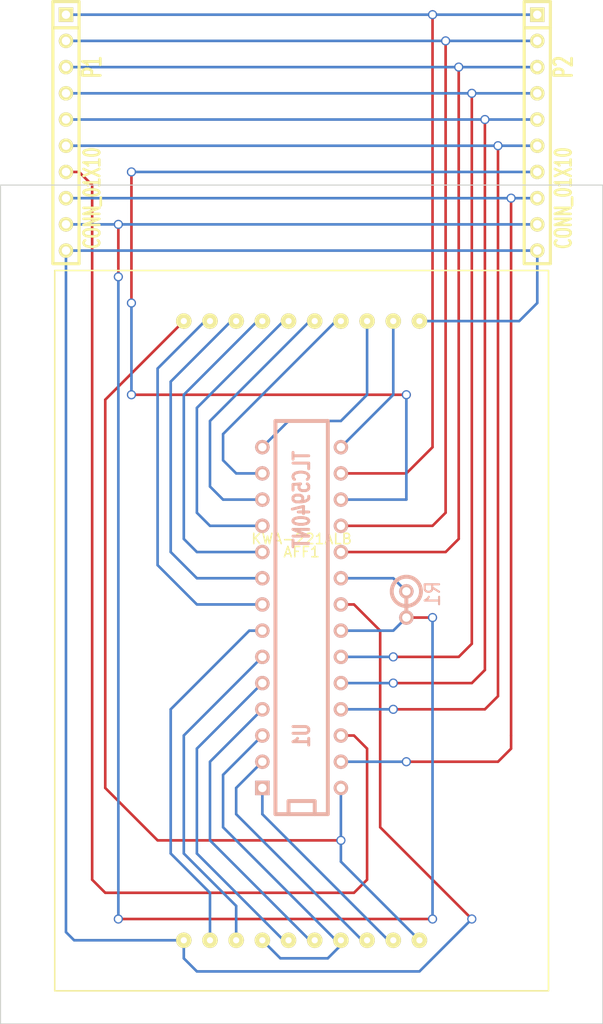
<source format=kicad_pcb>
(kicad_pcb (version 3) (host pcbnew "(2013-07-07 BZR 4022)-stable")

  (general
    (links 42)
    (no_connects 0)
    (area 43.129999 30.429999 102.87127 111.810001)
    (thickness 1.6)
    (drawings 4)
    (tracks 178)
    (zones 0)
    (modules 5)
    (nets 29)
  )

  (page A3)
  (layers
    (15 F.Cu signal)
    (0 B.Cu signal)
    (16 B.Adhes user)
    (17 F.Adhes user)
    (18 B.Paste user)
    (19 F.Paste user)
    (20 B.SilkS user)
    (21 F.SilkS user)
    (22 B.Mask user)
    (23 F.Mask user)
    (24 Dwgs.User user)
    (25 Cmts.User user)
    (26 Eco1.User user)
    (27 Eco2.User user)
    (28 Edge.Cuts user)
  )

  (setup
    (last_trace_width 0.254)
    (trace_clearance 0.254)
    (zone_clearance 0.508)
    (zone_45_only no)
    (trace_min 0.254)
    (segment_width 0.2)
    (edge_width 0.1)
    (via_size 0.889)
    (via_drill 0.635)
    (via_min_size 0.889)
    (via_min_drill 0.508)
    (uvia_size 0.508)
    (uvia_drill 0.127)
    (uvias_allowed no)
    (uvia_min_size 0.508)
    (uvia_min_drill 0.127)
    (pcb_text_width 0.3)
    (pcb_text_size 1.5 1.5)
    (mod_edge_width 0.15)
    (mod_text_size 1 1)
    (mod_text_width 0.15)
    (pad_size 1.5 1.5)
    (pad_drill 0.6)
    (pad_to_mask_clearance 0)
    (aux_axis_origin 41.91 29.21)
    (visible_elements 7FFFFFFF)
    (pcbplotparams
      (layerselection 3178497)
      (usegerberextensions true)
      (excludeedgelayer true)
      (linewidth 0.150000)
      (plotframeref false)
      (viasonmask false)
      (mode 1)
      (useauxorigin false)
      (hpglpennumber 1)
      (hpglpenspeed 20)
      (hpglpendiameter 15)
      (hpglpenoverlay 2)
      (psnegative false)
      (psa4output false)
      (plotreference true)
      (plotvalue true)
      (plotothertext true)
      (plotinvisibletext false)
      (padsonsilk false)
      (subtractmaskfromsilk false)
      (outputformat 1)
      (mirror false)
      (drillshape 1)
      (scaleselection 1)
      (outputdirectory ""))
  )

  (net 0 "")
  (net 1 /BLANK)
  (net 2 /D0)
  (net 3 /D1)
  (net 4 /D10)
  (net 5 /D11)
  (net 6 /D12)
  (net 7 /D13)
  (net 8 /D14)
  (net 9 /D15)
  (net 10 /D2)
  (net 11 /D3)
  (net 12 /D4)
  (net 13 /D5)
  (net 14 /D6)
  (net 15 /D7)
  (net 16 /D8)
  (net 17 /D9)
  (net 18 /DCPRG)
  (net 19 /GSCLK)
  (net 20 /SCLK)
  (net 21 /SIN)
  (net 22 /SOUT)
  (net 23 /VPRG)
  (net 24 /XERR)
  (net 25 /XLAT)
  (net 26 GND)
  (net 27 IREF)
  (net 28 VCC)

  (net_class Default "This is the default net class."
    (clearance 0.254)
    (trace_width 0.254)
    (via_dia 0.889)
    (via_drill 0.635)
    (uvia_dia 0.508)
    (uvia_drill 0.127)
    (add_net "")
    (add_net /BLANK)
    (add_net /D0)
    (add_net /D1)
    (add_net /D10)
    (add_net /D11)
    (add_net /D12)
    (add_net /D13)
    (add_net /D14)
    (add_net /D15)
    (add_net /D2)
    (add_net /D3)
    (add_net /D4)
    (add_net /D5)
    (add_net /D6)
    (add_net /D7)
    (add_net /D8)
    (add_net /D9)
    (add_net /DCPRG)
    (add_net /GSCLK)
    (add_net /SCLK)
    (add_net /SIN)
    (add_net /SOUT)
    (add_net /VPRG)
    (add_net /XERR)
    (add_net /XLAT)
    (add_net GND)
    (add_net IREF)
    (add_net VCC)
  )

  (module SIL-10 (layer F.Cu) (tedit 200000) (tstamp 540E6A8C)
    (at 95.25 25.4 270)
    (descr "Connecteur 10 pins")
    (tags "CONN DEV")
    (path /540E5C1D)
    (fp_text reference P2 (at -6.35 -2.54 270) (layer F.SilkS)
      (effects (font (size 1.72974 1.08712) (thickness 0.3048)))
    )
    (fp_text value CONN_01X10 (at 6.35 -2.54 270) (layer F.SilkS)
      (effects (font (size 1.524 1.016) (thickness 0.3048)))
    )
    (fp_line (start -12.7 1.27) (end -12.7 -1.27) (layer F.SilkS) (width 0.3048))
    (fp_line (start -12.7 -1.27) (end 12.7 -1.27) (layer F.SilkS) (width 0.3048))
    (fp_line (start 12.7 -1.27) (end 12.7 1.27) (layer F.SilkS) (width 0.3048))
    (fp_line (start 12.7 1.27) (end -12.7 1.27) (layer F.SilkS) (width 0.3048))
    (fp_line (start -10.16 1.27) (end -10.16 -1.27) (layer F.SilkS) (width 0.3048))
    (pad 1 thru_hole rect (at -11.43 0 270) (size 1.397 1.397) (drill 0.8128)
      (layers *.Cu *.Mask F.SilkS)
      (net 24 /XERR)
    )
    (pad 2 thru_hole circle (at -8.89 0 270) (size 1.397 1.397) (drill 0.8128)
      (layers *.Cu *.Mask F.SilkS)
      (net 19 /GSCLK)
    )
    (pad 3 thru_hole circle (at -6.35 0 270) (size 1.397 1.397) (drill 0.8128)
      (layers *.Cu *.Mask F.SilkS)
      (net 18 /DCPRG)
    )
    (pad 4 thru_hole circle (at -3.81 0 270) (size 1.397 1.397) (drill 0.8128)
      (layers *.Cu *.Mask F.SilkS)
      (net 1 /BLANK)
    )
    (pad 5 thru_hole circle (at -1.27 0 270) (size 1.397 1.397) (drill 0.8128)
      (layers *.Cu *.Mask F.SilkS)
      (net 25 /XLAT)
    )
    (pad 6 thru_hole circle (at 1.27 0 270) (size 1.397 1.397) (drill 0.8128)
      (layers *.Cu *.Mask F.SilkS)
      (net 20 /SCLK)
    )
    (pad 7 thru_hole circle (at 3.81 0 270) (size 1.397 1.397) (drill 0.8128)
      (layers *.Cu *.Mask F.SilkS)
      (net 22 /SOUT)
    )
    (pad 8 thru_hole circle (at 6.35 0 270) (size 1.397 1.397) (drill 0.8128)
      (layers *.Cu *.Mask F.SilkS)
      (net 23 /VPRG)
    )
    (pad 9 thru_hole circle (at 8.89 0 270) (size 1.397 1.397) (drill 0.8128)
      (layers *.Cu *.Mask F.SilkS)
      (net 26 GND)
    )
    (pad 10 thru_hole circle (at 11.43 0 270) (size 1.397 1.397) (drill 0.8128)
      (layers *.Cu *.Mask F.SilkS)
      (net 28 VCC)
    )
  )

  (module SIL-10 (layer F.Cu) (tedit 540E6AD4) (tstamp 540F44E7)
    (at 49.53 25.4 270)
    (descr "Connecteur 10 pins")
    (tags "CONN DEV")
    (path /540E5D54)
    (fp_text reference P1 (at -6.35 -2.54 270) (layer F.SilkS)
      (effects (font (size 1.72974 1.08712) (thickness 0.3048)))
    )
    (fp_text value CONN_01X10 (at 6.35 -2.54 270) (layer F.SilkS)
      (effects (font (size 1.524 1.016) (thickness 0.3048)))
    )
    (fp_line (start -12.7 1.27) (end -12.7 -1.27) (layer F.SilkS) (width 0.3048))
    (fp_line (start -12.7 -1.27) (end 12.7 -1.27) (layer F.SilkS) (width 0.3048))
    (fp_line (start 12.7 -1.27) (end 12.7 1.27) (layer F.SilkS) (width 0.3048))
    (fp_line (start 12.7 1.27) (end -12.7 1.27) (layer F.SilkS) (width 0.3048))
    (fp_line (start -10.16 1.27) (end -10.16 -1.27) (layer F.SilkS) (width 0.3048))
    (pad 1 thru_hole rect (at -11.43 0 270) (size 1.397 1.397) (drill 0.8128)
      (layers *.Cu *.Mask F.SilkS)
      (net 24 /XERR)
    )
    (pad 2 thru_hole circle (at -8.89 0 270) (size 1.397 1.397) (drill 0.8128)
      (layers *.Cu *.Mask F.SilkS)
      (net 19 /GSCLK)
    )
    (pad 3 thru_hole circle (at -6.35 0 270) (size 1.397 1.397) (drill 0.8128)
      (layers *.Cu *.Mask F.SilkS)
      (net 18 /DCPRG)
    )
    (pad 4 thru_hole circle (at -3.81 0 270) (size 1.397 1.397) (drill 0.8128)
      (layers *.Cu *.Mask F.SilkS)
      (net 1 /BLANK)
    )
    (pad 5 thru_hole circle (at -1.27 0 270) (size 1.397 1.397) (drill 0.8128)
      (layers *.Cu *.Mask F.SilkS)
      (net 25 /XLAT)
    )
    (pad 6 thru_hole circle (at 1.27 0 270) (size 1.397 1.397) (drill 0.8128)
      (layers *.Cu *.Mask F.SilkS)
      (net 20 /SCLK)
    )
    (pad 7 thru_hole circle (at 3.81 0 270) (size 1.397 1.397) (drill 0.8128)
      (layers *.Cu *.Mask F.SilkS)
      (net 21 /SIN)
    )
    (pad 8 thru_hole circle (at 6.35 0 270) (size 1.397 1.397) (drill 0.8128)
      (layers *.Cu *.Mask F.SilkS)
      (net 23 /VPRG)
    )
    (pad 9 thru_hole circle (at 8.89 0 270) (size 1.397 1.397) (drill 0.8128)
      (layers *.Cu *.Mask F.SilkS)
      (net 26 GND)
    )
    (pad 10 thru_hole circle (at 11.43 0 270) (size 1.397 1.397) (drill 0.8128)
      (layers *.Cu *.Mask F.SilkS)
      (net 28 VCC)
    )
  )

  (module DIP-28__300 (layer B.Cu) (tedit 540E6AA7) (tstamp 540F1411)
    (at 72.39 72.39 90)
    (descr "28 pins DIL package, round pads, width 300mil")
    (tags DIL)
    (path /540E7CC6)
    (fp_text reference U1 (at -11.43 0 90) (layer B.SilkS)
      (effects (font (size 1.524 1.143) (thickness 0.3048)) (justify mirror))
    )
    (fp_text value TLC5940NT (at 11.43 0 90) (layer B.SilkS)
      (effects (font (size 1.524 1.143) (thickness 0.3048)) (justify mirror))
    )
    (fp_line (start -19.05 2.54) (end 19.05 2.54) (layer B.SilkS) (width 0.381))
    (fp_line (start 19.05 2.54) (end 19.05 -2.54) (layer B.SilkS) (width 0.381))
    (fp_line (start 19.05 -2.54) (end -19.05 -2.54) (layer B.SilkS) (width 0.381))
    (fp_line (start -19.05 -2.54) (end -19.05 2.54) (layer B.SilkS) (width 0.381))
    (fp_line (start -19.05 1.27) (end -17.78 1.27) (layer B.SilkS) (width 0.381))
    (fp_line (start -17.78 1.27) (end -17.78 -1.27) (layer B.SilkS) (width 0.381))
    (fp_line (start -17.78 -1.27) (end -19.05 -1.27) (layer B.SilkS) (width 0.381))
    (pad 2 thru_hole circle (at -13.97 -3.81 90) (size 1.397 1.397) (drill 0.8128)
      (layers *.Cu *.Mask B.SilkS)
      (net 10 /D2)
    )
    (pad 3 thru_hole circle (at -11.43 -3.81 90) (size 1.397 1.397) (drill 0.8128)
      (layers *.Cu *.Mask B.SilkS)
      (net 11 /D3)
    )
    (pad 4 thru_hole circle (at -8.89 -3.81 90) (size 1.397 1.397) (drill 0.8128)
      (layers *.Cu *.Mask B.SilkS)
      (net 12 /D4)
    )
    (pad 5 thru_hole circle (at -6.35 -3.81 90) (size 1.397 1.397) (drill 0.8128)
      (layers *.Cu *.Mask B.SilkS)
      (net 13 /D5)
    )
    (pad 6 thru_hole circle (at -3.81 -3.81 90) (size 1.397 1.397) (drill 0.8128)
      (layers *.Cu *.Mask B.SilkS)
      (net 14 /D6)
    )
    (pad 7 thru_hole circle (at -1.27 -3.81 90) (size 1.397 1.397) (drill 0.8128)
      (layers *.Cu *.Mask B.SilkS)
      (net 15 /D7)
    )
    (pad 8 thru_hole circle (at 1.27 -3.81 90) (size 1.397 1.397) (drill 0.8128)
      (layers *.Cu *.Mask B.SilkS)
      (net 16 /D8)
    )
    (pad 9 thru_hole circle (at 3.81 -3.81 90) (size 1.397 1.397) (drill 0.8128)
      (layers *.Cu *.Mask B.SilkS)
      (net 17 /D9)
    )
    (pad 10 thru_hole circle (at 6.35 -3.81 90) (size 1.397 1.397) (drill 0.8128)
      (layers *.Cu *.Mask B.SilkS)
      (net 4 /D10)
    )
    (pad 11 thru_hole circle (at 8.89 -3.81 90) (size 1.397 1.397) (drill 0.8128)
      (layers *.Cu *.Mask B.SilkS)
      (net 5 /D11)
    )
    (pad 12 thru_hole circle (at 11.43 -3.81 90) (size 1.397 1.397) (drill 0.8128)
      (layers *.Cu *.Mask B.SilkS)
      (net 6 /D12)
    )
    (pad 13 thru_hole circle (at 13.97 -3.81 90) (size 1.397 1.397) (drill 0.8128)
      (layers *.Cu *.Mask B.SilkS)
      (net 7 /D13)
    )
    (pad 14 thru_hole circle (at 16.51 -3.81 90) (size 1.397 1.397) (drill 0.8128)
      (layers *.Cu *.Mask B.SilkS)
      (net 8 /D14)
    )
    (pad 1 thru_hole rect (at -16.51 -3.81 90) (size 1.397 1.397) (drill 0.8128)
      (layers *.Cu *.Mask B.SilkS)
      (net 3 /D1)
    )
    (pad 15 thru_hole circle (at 16.51 3.81 90) (size 1.397 1.397) (drill 0.8128)
      (layers *.Cu *.Mask B.SilkS)
      (net 9 /D15)
    )
    (pad 16 thru_hole circle (at 13.97 3.81 90) (size 1.397 1.397) (drill 0.8128)
      (layers *.Cu *.Mask B.SilkS)
      (net 24 /XERR)
    )
    (pad 17 thru_hole circle (at 11.43 3.81 90) (size 1.397 1.397) (drill 0.8128)
      (layers *.Cu *.Mask B.SilkS)
      (net 22 /SOUT)
    )
    (pad 18 thru_hole circle (at 8.89 3.81 90) (size 1.397 1.397) (drill 0.8128)
      (layers *.Cu *.Mask B.SilkS)
      (net 19 /GSCLK)
    )
    (pad 19 thru_hole circle (at 6.35 3.81 90) (size 1.397 1.397) (drill 0.8128)
      (layers *.Cu *.Mask B.SilkS)
      (net 18 /DCPRG)
    )
    (pad 20 thru_hole circle (at 3.81 3.81 90) (size 1.397 1.397) (drill 0.8128)
      (layers *.Cu *.Mask B.SilkS)
      (net 27 IREF)
    )
    (pad 21 thru_hole circle (at 1.27 3.81 90) (size 1.397 1.397) (drill 0.8128)
      (layers *.Cu *.Mask B.SilkS)
      (net 28 VCC)
    )
    (pad 22 thru_hole circle (at -1.27 3.81 90) (size 1.397 1.397) (drill 0.8128)
      (layers *.Cu *.Mask B.SilkS)
      (net 26 GND)
    )
    (pad 23 thru_hole circle (at -3.81 3.81 90) (size 1.397 1.397) (drill 0.8128)
      (layers *.Cu *.Mask B.SilkS)
      (net 1 /BLANK)
    )
    (pad 24 thru_hole circle (at -6.35 3.81 90) (size 1.397 1.397) (drill 0.8128)
      (layers *.Cu *.Mask B.SilkS)
      (net 25 /XLAT)
    )
    (pad 25 thru_hole circle (at -8.89 3.81 90) (size 1.397 1.397) (drill 0.8128)
      (layers *.Cu *.Mask B.SilkS)
      (net 20 /SCLK)
    )
    (pad 26 thru_hole circle (at -11.43 3.81 90) (size 1.397 1.397) (drill 0.8128)
      (layers *.Cu *.Mask B.SilkS)
      (net 21 /SIN)
    )
    (pad 27 thru_hole circle (at -13.97 3.81 90) (size 1.397 1.397) (drill 0.8128)
      (layers *.Cu *.Mask B.SilkS)
      (net 23 /VPRG)
    )
    (pad 28 thru_hole circle (at -16.51 3.81 90) (size 1.397 1.397) (drill 0.8128)
      (layers *.Cu *.Mask B.SilkS)
      (net 2 /D0)
    )
    (model dil/dil_28-w300.wrl
      (at (xyz 0 0 0))
      (scale (xyz 1 1 1))
      (rotate (xyz 0 0 0))
    )
  )

  (module KWA-221 (layer F.Cu) (tedit 540E72EE) (tstamp 540E6ABB)
    (at 72.39 73.66)
    (path /540E6CD8)
    (fp_text reference AFF1 (at 0 -7.62) (layer F.SilkS)
      (effects (font (size 1 1) (thickness 0.15)))
    )
    (fp_text value KWA-221ALB (at 0 -8.89) (layer F.SilkS)
      (effects (font (size 1 1) (thickness 0.15)))
    )
    (fp_line (start -23.95 -34.9) (end 23.95 -34.9) (layer F.SilkS) (width 0.15))
    (fp_line (start 23.95 -34.9) (end 23.95 34.9) (layer F.SilkS) (width 0.15))
    (fp_line (start 23.95 34.9) (end -23.95 34.9) (layer F.SilkS) (width 0.15))
    (fp_line (start -23.95 34.9) (end -23.95 -34.9) (layer F.SilkS) (width 0.15))
    (pad 4 thru_hole circle (at -3.81 30) (size 1.5 1.5) (drill 0.6)
      (layers *.Cu *.Mask F.SilkS)
      (net 11 /D3)
    )
    (pad 3 thru_hole circle (at -6.35 30) (size 1.5 1.5) (drill 0.6)
      (layers *.Cu *.Mask F.SilkS)
      (net 14 /D6)
    )
    (pad 2 thru_hole circle (at -8.89 30) (size 1.5 1.5) (drill 0.6)
      (layers *.Cu *.Mask F.SilkS)
      (net 15 /D7)
    )
    (pad 1 thru_hole circle (at -11.43 30) (size 1.5 1.5) (drill 0.6)
      (layers *.Cu *.Mask F.SilkS)
      (net 28 VCC)
    )
    (pad 5 thru_hole circle (at -1.27 30) (size 1.5 1.5) (drill 0.6)
      (layers *.Cu *.Mask F.SilkS)
      (net 13 /D5)
    )
    (pad 6 thru_hole circle (at 1.27 30) (size 1.5 1.5) (drill 0.6)
      (layers *.Cu *.Mask F.SilkS)
      (net 12 /D4)
    )
    (pad 7 thru_hole circle (at 3.81 30) (size 1.5 1.5) (drill 0.6)
      (layers *.Cu *.Mask F.SilkS)
      (net 11 /D3)
    )
    (pad 8 thru_hole circle (at 6.35 30) (size 1.5 1.5) (drill 0.6)
      (layers *.Cu *.Mask F.SilkS)
      (net 10 /D2)
    )
    (pad 9 thru_hole circle (at 8.89 30) (size 1.5 1.5) (drill 0.6)
      (layers *.Cu *.Mask F.SilkS)
      (net 3 /D1)
    )
    (pad 10 thru_hole circle (at 11.43 30) (size 1.5 1.5) (drill 0.6)
      (layers *.Cu *.Mask F.SilkS)
      (net 2 /D0)
    )
    (pad 11 thru_hole circle (at 11.43 -30) (size 1.5 1.5) (drill 0.6)
      (layers *.Cu *.Mask F.SilkS)
      (net 28 VCC)
    )
    (pad 12 thru_hole circle (at 8.89 -30) (size 1.5 1.5) (drill 0.6)
      (layers *.Cu *.Mask F.SilkS)
      (net 9 /D15)
    )
    (pad 13 thru_hole circle (at 6.35 -30) (size 1.5 1.5) (drill 0.6)
      (layers *.Cu *.Mask F.SilkS)
      (net 8 /D14)
    )
    (pad 14 thru_hole circle (at 3.81 -30) (size 1.5 1.5) (drill 0.6)
      (layers *.Cu *.Mask F.SilkS)
      (net 7 /D13)
    )
    (pad 15 thru_hole circle (at 1.27 -30) (size 1.5 1.5) (drill 0.6)
      (layers *.Cu *.Mask F.SilkS)
      (net 6 /D12)
    )
    (pad 16 thru_hole circle (at -1.27 -30) (size 1.5 1.5) (drill 0.6)
      (layers *.Cu *.Mask F.SilkS)
      (net 5 /D11)
    )
    (pad 17 thru_hole circle (at -3.81 -30) (size 1.5 1.5) (drill 0.6)
      (layers *.Cu *.Mask F.SilkS)
      (net 4 /D10)
    )
    (pad 18 thru_hole circle (at -6.35 -30) (size 1.5 1.5) (drill 0.6)
      (layers *.Cu *.Mask F.SilkS)
      (net 17 /D9)
    )
    (pad 19 thru_hole circle (at -8.89 -30) (size 1.5 1.5) (drill 0.6)
      (layers *.Cu *.Mask F.SilkS)
      (net 16 /D8)
    )
    (pad 20 thru_hole circle (at -11.43 -30) (size 1.5 1.5) (drill 0.6)
      (layers *.Cu *.Mask F.SilkS)
      (net 2 /D0)
    )
  )

  (module R1 (layer B.Cu) (tedit 200000) (tstamp 540F1362)
    (at 82.55 71.12 270)
    (descr "Resistance verticale")
    (tags R)
    (path /540F12E1)
    (autoplace_cost90 10)
    (autoplace_cost180 10)
    (fp_text reference R1 (at -1.016 -2.54 270) (layer B.SilkS)
      (effects (font (size 1.397 1.27) (thickness 0.2032)) (justify mirror))
    )
    (fp_text value R (at -1.143 -2.54 270) (layer B.SilkS) hide
      (effects (font (size 1.397 1.27) (thickness 0.2032)) (justify mirror))
    )
    (fp_line (start -1.27 0) (end 1.27 0) (layer B.SilkS) (width 0.381))
    (fp_circle (center -1.27 0) (end -0.635 -1.27) (layer B.SilkS) (width 0.381))
    (pad 1 thru_hole circle (at -1.27 0 270) (size 1.397 1.397) (drill 0.8128)
      (layers *.Cu *.Mask B.SilkS)
      (net 27 IREF)
    )
    (pad 2 thru_hole circle (at 1.27 0 270) (size 1.397 1.397) (drill 0.8128)
      (layers *.Cu *.Mask B.SilkS)
      (net 26 GND)
    )
    (model discret/verti_resistor.wrl
      (at (xyz 0 0 0))
      (scale (xyz 1 1 1))
      (rotate (xyz 0 0 0))
    )
  )

  (gr_line (start 43.18 111.76) (end 101.6 111.76) (angle 90) (layer Edge.Cuts) (width 0.1))
  (gr_line (start 43.18 30.48) (end 101.6 30.48) (angle 90) (layer Edge.Cuts) (width 0.1))
  (gr_line (start 43.18 30.48) (end 43.18 111.76) (angle 90) (layer Edge.Cuts) (width 0.1))
  (gr_line (start 101.6 30.48) (end 101.6 111.76) (angle 90) (layer Edge.Cuts) (width 0.1))

  (via (at 88.9 21.59) (size 0.889) (layers F.Cu B.Cu) (net 1))
  (segment (start 76.2 76.2) (end 81.28 76.2) (width 0.254) (layer B.Cu) (net 1) (status 10))
  (segment (start 88.9 74.93) (end 88.9 21.59) (width 0.254) (layer F.Cu) (net 1) (tstamp 540F4B30))
  (segment (start 87.63 76.2) (end 88.9 74.93) (width 0.254) (layer F.Cu) (net 1) (tstamp 540F4B2E))
  (segment (start 81.28 76.2) (end 87.63 76.2) (width 0.254) (layer F.Cu) (net 1) (tstamp 540F4B2D))
  (via (at 81.28 76.2) (size 0.889) (layers F.Cu B.Cu) (net 1))
  (segment (start 49.53 21.59) (end 88.9 21.59) (width 0.254) (layer B.Cu) (net 1) (status 10))
  (segment (start 88.9 21.59) (end 95.25 21.59) (width 0.254) (layer B.Cu) (net 1) (tstamp 540F4B3A) (status 20))
  (via (at 76.2 93.98) (size 0.889) (layers F.Cu B.Cu) (net 2))
  (segment (start 60.96 43.66) (end 53.34 51.28) (width 0.254) (layer F.Cu) (net 2) (tstamp 540E8770) (status 10))
  (segment (start 53.34 88.9) (end 53.34 51.28) (width 0.254) (layer F.Cu) (net 2) (tstamp 540E8767))
  (segment (start 58.42 93.98) (end 53.34 88.9) (width 0.254) (layer F.Cu) (net 2) (tstamp 540E8766))
  (segment (start 58.42 93.98) (end 76.2 93.98) (width 0.254) (layer F.Cu) (net 2) (tstamp 540E8765))
  (segment (start 76.2 88.9) (end 76.2 93.98) (width 0.254) (layer B.Cu) (net 2) (status 10))
  (segment (start 76.2 93.98) (end 76.2 96.04) (width 0.254) (layer B.Cu) (net 2) (tstamp 540E8762))
  (segment (start 76.2 96.04) (end 83.82 103.66) (width 0.254) (layer B.Cu) (net 2) (tstamp 540E7DF4) (status 20))
  (segment (start 81.28 103.66) (end 80.8 103.66) (width 0.254) (layer B.Cu) (net 3) (status 30))
  (segment (start 68.58 91.44) (end 68.58 88.9) (width 0.254) (layer B.Cu) (net 3) (tstamp 540E871D) (status 20))
  (segment (start 80.8 103.66) (end 68.58 91.44) (width 0.254) (layer B.Cu) (net 3) (tstamp 540E871A) (status 10))
  (segment (start 68.58 43.66) (end 68.1 43.66) (width 0.254) (layer B.Cu) (net 4) (status 30))
  (segment (start 62.23 66.04) (end 68.58 66.04) (width 0.254) (layer B.Cu) (net 4) (tstamp 540E881A) (status 20))
  (segment (start 60.96 64.77) (end 62.23 66.04) (width 0.254) (layer B.Cu) (net 4) (tstamp 540E8818))
  (segment (start 60.96 50.8) (end 60.96 64.77) (width 0.254) (layer B.Cu) (net 4) (tstamp 540E8816))
  (segment (start 68.1 43.66) (end 60.96 50.8) (width 0.254) (layer B.Cu) (net 4) (tstamp 540E8815) (status 10))
  (segment (start 71.12 43.66) (end 70.64 43.66) (width 0.254) (layer B.Cu) (net 5) (status 30))
  (segment (start 63.5 63.5) (end 68.58 63.5) (width 0.254) (layer B.Cu) (net 5) (tstamp 540E8823) (status 20))
  (segment (start 62.23 62.23) (end 63.5 63.5) (width 0.254) (layer B.Cu) (net 5) (tstamp 540E8821))
  (segment (start 62.23 52.07) (end 62.23 62.23) (width 0.254) (layer B.Cu) (net 5) (tstamp 540E881F))
  (segment (start 70.64 43.66) (end 62.23 52.07) (width 0.254) (layer B.Cu) (net 5) (tstamp 540E881E) (status 10))
  (segment (start 73.66 43.66) (end 73.18 43.66) (width 0.254) (layer B.Cu) (net 6) (status 30))
  (segment (start 64.77 60.96) (end 68.58 60.96) (width 0.254) (layer B.Cu) (net 6) (tstamp 540E882C) (status 20))
  (segment (start 63.5 59.69) (end 64.77 60.96) (width 0.254) (layer B.Cu) (net 6) (tstamp 540E882A))
  (segment (start 63.5 53.34) (end 63.5 59.69) (width 0.254) (layer B.Cu) (net 6) (tstamp 540E8828))
  (segment (start 73.18 43.66) (end 63.5 53.34) (width 0.254) (layer B.Cu) (net 6) (tstamp 540E8827) (status 10))
  (segment (start 76.2 43.66) (end 75.72 43.66) (width 0.254) (layer B.Cu) (net 7) (status 30))
  (segment (start 66.04 58.42) (end 68.58 58.42) (width 0.254) (layer B.Cu) (net 7) (tstamp 540E8835) (status 20))
  (segment (start 64.77 57.15) (end 66.04 58.42) (width 0.254) (layer B.Cu) (net 7) (tstamp 540E8833))
  (segment (start 64.77 54.61) (end 64.77 57.15) (width 0.254) (layer B.Cu) (net 7) (tstamp 540E8831))
  (segment (start 75.72 43.66) (end 64.77 54.61) (width 0.254) (layer B.Cu) (net 7) (tstamp 540E8830) (status 10))
  (segment (start 78.74 43.66) (end 78.74 50.8) (width 0.254) (layer B.Cu) (net 8) (status 10))
  (segment (start 71.12 53.34) (end 68.58 55.88) (width 0.254) (layer B.Cu) (net 8) (tstamp 540E7E72) (status 20))
  (segment (start 76.2 53.34) (end 71.12 53.34) (width 0.254) (layer B.Cu) (net 8) (tstamp 540E7E6E))
  (segment (start 78.74 50.8) (end 76.2 53.34) (width 0.254) (layer B.Cu) (net 8) (tstamp 540E7E6C))
  (segment (start 81.28 43.66) (end 81.28 50.8) (width 0.254) (layer B.Cu) (net 9) (status 10))
  (segment (start 81.28 50.8) (end 76.2 55.88) (width 0.254) (layer B.Cu) (net 9) (tstamp 540E7E64) (status 20))
  (segment (start 78.74 103.66) (end 78.26 103.66) (width 0.254) (layer B.Cu) (net 10) (status 30))
  (segment (start 66.04 88.9) (end 68.58 86.36) (width 0.254) (layer B.Cu) (net 10) (tstamp 540E8725) (status 20))
  (segment (start 66.04 91.44) (end 66.04 88.9) (width 0.254) (layer B.Cu) (net 10) (tstamp 540E8723))
  (segment (start 78.26 103.66) (end 66.04 91.44) (width 0.254) (layer B.Cu) (net 10) (tstamp 540E8721) (status 10))
  (segment (start 76.2 103.66) (end 76.2 104.14) (width 0.254) (layer B.Cu) (net 11) (status 30))
  (segment (start 70.33 105.41) (end 68.58 103.66) (width 0.254) (layer B.Cu) (net 11) (tstamp 540F2B01) (status 20))
  (segment (start 74.93 105.41) (end 70.33 105.41) (width 0.254) (layer B.Cu) (net 11) (tstamp 540F2AFF))
  (segment (start 76.2 104.14) (end 74.93 105.41) (width 0.254) (layer B.Cu) (net 11) (tstamp 540F2AFE) (status 10))
  (segment (start 76.2 103.66) (end 75.72 103.66) (width 0.254) (layer B.Cu) (net 11) (status 30))
  (segment (start 64.77 87.63) (end 68.58 83.82) (width 0.254) (layer B.Cu) (net 11) (tstamp 540E872D) (status 20))
  (segment (start 64.77 92.71) (end 64.77 87.63) (width 0.254) (layer B.Cu) (net 11) (tstamp 540E872A))
  (segment (start 75.72 103.66) (end 64.77 92.71) (width 0.254) (layer B.Cu) (net 11) (tstamp 540E8729) (status 10))
  (segment (start 73.66 103.66) (end 73.18 103.66) (width 0.254) (layer B.Cu) (net 12) (status 30))
  (segment (start 63.5 86.36) (end 68.58 81.28) (width 0.254) (layer B.Cu) (net 12) (tstamp 540E8734) (status 20))
  (segment (start 63.5 93.98) (end 63.5 86.36) (width 0.254) (layer B.Cu) (net 12) (tstamp 540E8732))
  (segment (start 73.18 103.66) (end 63.5 93.98) (width 0.254) (layer B.Cu) (net 12) (tstamp 540E8731) (status 10))
  (segment (start 71.12 103.66) (end 70.64 103.66) (width 0.254) (layer B.Cu) (net 13) (status 30))
  (segment (start 62.23 85.09) (end 68.58 78.74) (width 0.254) (layer B.Cu) (net 13) (tstamp 540E873B) (status 20))
  (segment (start 62.23 95.25) (end 62.23 85.09) (width 0.254) (layer B.Cu) (net 13) (tstamp 540E8739))
  (segment (start 70.64 103.66) (end 62.23 95.25) (width 0.254) (layer B.Cu) (net 13) (tstamp 540E8738) (status 10))
  (segment (start 66.04 103.66) (end 66.04 100.33) (width 0.254) (layer B.Cu) (net 14) (status 10))
  (segment (start 60.96 83.82) (end 68.58 76.2) (width 0.254) (layer B.Cu) (net 14) (tstamp 540E8747) (status 20))
  (segment (start 60.96 95.25) (end 60.96 83.82) (width 0.254) (layer B.Cu) (net 14) (tstamp 540E8745))
  (segment (start 66.04 100.33) (end 60.96 95.25) (width 0.254) (layer B.Cu) (net 14) (tstamp 540E8742))
  (segment (start 63.5 103.66) (end 63.5 99.06) (width 0.254) (layer B.Cu) (net 15) (status 10))
  (segment (start 67.31 73.66) (end 68.58 73.66) (width 0.254) (layer B.Cu) (net 15) (tstamp 540E8753) (status 20))
  (segment (start 59.69 81.28) (end 67.31 73.66) (width 0.254) (layer B.Cu) (net 15) (tstamp 540E8750))
  (segment (start 59.69 95.25) (end 59.69 81.28) (width 0.254) (layer B.Cu) (net 15) (tstamp 540E874F))
  (segment (start 63.5 99.06) (end 59.69 95.25) (width 0.254) (layer B.Cu) (net 15) (tstamp 540E874B))
  (segment (start 63.5 43.66) (end 63.02 43.66) (width 0.254) (layer B.Cu) (net 16) (status 30))
  (segment (start 62.23 71.12) (end 68.58 71.12) (width 0.254) (layer B.Cu) (net 16) (tstamp 540E87D4) (status 20))
  (segment (start 58.42 67.31) (end 62.23 71.12) (width 0.254) (layer B.Cu) (net 16) (tstamp 540E87D3))
  (segment (start 58.42 48.26) (end 58.42 67.31) (width 0.254) (layer B.Cu) (net 16) (tstamp 540E87CD))
  (segment (start 63.02 43.66) (end 58.42 48.26) (width 0.254) (layer B.Cu) (net 16) (tstamp 540E87C5) (status 10))
  (segment (start 66.04 43.66) (end 65.56 43.66) (width 0.254) (layer B.Cu) (net 17) (status 30))
  (segment (start 62.23 68.58) (end 68.58 68.58) (width 0.254) (layer B.Cu) (net 17) (tstamp 540E8811) (status 20))
  (segment (start 59.69 66.04) (end 62.23 68.58) (width 0.254) (layer B.Cu) (net 17) (tstamp 540E880F))
  (segment (start 59.69 49.53) (end 59.69 66.04) (width 0.254) (layer B.Cu) (net 17) (tstamp 540E880C))
  (segment (start 65.56 43.66) (end 59.69 49.53) (width 0.254) (layer B.Cu) (net 17) (tstamp 540E8807) (status 10))
  (via (at 87.63 19.05) (size 0.889) (layers F.Cu B.Cu) (net 18))
  (segment (start 76.2 66.04) (end 86.36 66.04) (width 0.254) (layer F.Cu) (net 18) (tstamp 540F4B17) (status 10))
  (segment (start 87.63 64.77) (end 86.36 66.04) (width 0.254) (layer F.Cu) (net 18) (tstamp 540F4B16))
  (segment (start 87.63 64.77) (end 87.63 19.05) (width 0.254) (layer F.Cu) (net 18) (tstamp 540F4B15))
  (segment (start 49.53 19.05) (end 87.63 19.05) (width 0.254) (layer B.Cu) (net 18) (status 10))
  (segment (start 87.63 19.05) (end 95.25 19.05) (width 0.254) (layer B.Cu) (net 18) (tstamp 540F4B12) (status 20))
  (via (at 86.36 16.51) (size 0.889) (layers F.Cu B.Cu) (net 19))
  (segment (start 76.2 63.5) (end 85.09 63.5) (width 0.254) (layer F.Cu) (net 19) (tstamp 540F4B0E) (status 10))
  (segment (start 86.36 62.23) (end 85.09 63.5) (width 0.254) (layer F.Cu) (net 19) (tstamp 540F4B0D))
  (segment (start 86.36 62.23) (end 86.36 16.51) (width 0.254) (layer F.Cu) (net 19) (tstamp 540F4B0C))
  (segment (start 49.53 16.51) (end 86.36 16.51) (width 0.254) (layer B.Cu) (net 19) (status 10))
  (segment (start 86.36 16.51) (end 95.25 16.51) (width 0.254) (layer B.Cu) (net 19) (tstamp 540F4B09) (status 20))
  (via (at 91.44 26.67) (size 0.889) (layers F.Cu B.Cu) (net 20))
  (segment (start 76.2 81.28) (end 81.28 81.28) (width 0.254) (layer B.Cu) (net 20) (tstamp 540F4B6B) (status 10))
  (via (at 81.28 81.28) (size 0.889) (layers F.Cu B.Cu) (net 20))
  (segment (start 90.17 81.28) (end 81.28 81.28) (width 0.254) (layer F.Cu) (net 20) (tstamp 540F4B68))
  (segment (start 91.44 80.01) (end 90.17 81.28) (width 0.254) (layer F.Cu) (net 20) (tstamp 540F4B67))
  (segment (start 91.44 80.01) (end 91.44 26.67) (width 0.254) (layer F.Cu) (net 20) (tstamp 540F4B66))
  (segment (start 49.53 26.67) (end 91.44 26.67) (width 0.254) (layer B.Cu) (net 20) (status 10))
  (segment (start 91.44 26.67) (end 95.25 26.67) (width 0.254) (layer B.Cu) (net 20) (tstamp 540F4B63) (status 20))
  (segment (start 49.53 29.21) (end 50.8 29.21) (width 0.254) (layer F.Cu) (net 21) (status 400000))
  (segment (start 77.47 83.82) (end 76.2 83.82) (width 0.254) (layer F.Cu) (net 21) (tstamp 540F4C6B) (status 800000))
  (segment (start 78.74 85.09) (end 77.47 83.82) (width 0.254) (layer F.Cu) (net 21) (tstamp 540F4C69))
  (segment (start 78.74 97.79) (end 78.74 85.09) (width 0.254) (layer F.Cu) (net 21) (tstamp 540F4C66))
  (segment (start 77.47 99.06) (end 78.74 97.79) (width 0.254) (layer F.Cu) (net 21) (tstamp 540F4C63))
  (segment (start 53.34 99.06) (end 77.47 99.06) (width 0.254) (layer F.Cu) (net 21) (tstamp 540F4C55))
  (segment (start 52.07 97.79) (end 53.34 99.06) (width 0.254) (layer F.Cu) (net 21) (tstamp 540F4C53))
  (segment (start 52.07 30.48) (end 52.07 97.79) (width 0.254) (layer F.Cu) (net 21) (tstamp 540F4C4E))
  (segment (start 50.8 29.21) (end 52.07 30.48) (width 0.254) (layer F.Cu) (net 21) (tstamp 540F4C49))
  (segment (start 76.2 60.96) (end 82.55 60.96) (width 0.254) (layer B.Cu) (net 22) (status 400000))
  (segment (start 55.88 29.21) (end 95.25 29.21) (width 0.254) (layer B.Cu) (net 22) (tstamp 540F4D26) (status 800000))
  (via (at 55.88 29.21) (size 0.889) (layers F.Cu B.Cu) (net 22))
  (segment (start 55.88 41.91) (end 55.88 29.21) (width 0.254) (layer F.Cu) (net 22) (tstamp 540F4D23))
  (via (at 55.88 41.91) (size 0.889) (layers F.Cu B.Cu) (net 22))
  (segment (start 55.88 50.8) (end 55.88 41.91) (width 0.254) (layer B.Cu) (net 22) (tstamp 540F4D20))
  (via (at 55.88 50.8) (size 0.889) (layers F.Cu B.Cu) (net 22))
  (segment (start 82.55 50.8) (end 55.88 50.8) (width 0.254) (layer F.Cu) (net 22) (tstamp 540F4D1D))
  (via (at 82.55 50.8) (size 0.889) (layers F.Cu B.Cu) (net 22))
  (segment (start 82.55 60.96) (end 82.55 50.8) (width 0.254) (layer B.Cu) (net 22) (tstamp 540F4D12))
  (via (at 92.71 31.75) (size 0.889) (layers F.Cu B.Cu) (net 23))
  (segment (start 76.2 86.36) (end 82.55 86.36) (width 0.254) (layer B.Cu) (net 23) (tstamp 540F4D03) (status 400000))
  (via (at 82.55 86.36) (size 0.889) (layers F.Cu B.Cu) (net 23))
  (segment (start 91.44 86.36) (end 82.55 86.36) (width 0.254) (layer F.Cu) (net 23) (tstamp 540F4CFE))
  (segment (start 92.71 85.09) (end 91.44 86.36) (width 0.254) (layer F.Cu) (net 23) (tstamp 540F4CFD))
  (segment (start 92.71 83.82) (end 92.71 85.09) (width 0.254) (layer F.Cu) (net 23) (tstamp 540F4CFC))
  (segment (start 92.71 83.82) (end 92.71 31.75) (width 0.254) (layer F.Cu) (net 23) (tstamp 540F4CFB))
  (segment (start 49.53 31.75) (end 92.71 31.75) (width 0.254) (layer B.Cu) (net 23) (status 30))
  (segment (start 92.71 31.75) (end 95.25 31.75) (width 0.254) (layer B.Cu) (net 23) (tstamp 540F4CF8) (status 30))
  (via (at 85.09 13.97) (size 0.889) (layers F.Cu B.Cu) (net 24))
  (segment (start 76.2 58.42) (end 82.55 58.42) (width 0.254) (layer F.Cu) (net 24) (tstamp 540F4B04) (status 10))
  (segment (start 85.09 55.88) (end 82.55 58.42) (width 0.254) (layer F.Cu) (net 24) (tstamp 540F4B03))
  (segment (start 85.09 55.88) (end 85.09 13.97) (width 0.254) (layer F.Cu) (net 24) (tstamp 540F4B02))
  (segment (start 49.53 13.97) (end 85.09 13.97) (width 0.254) (layer B.Cu) (net 24) (status 10))
  (segment (start 85.09 13.97) (end 95.25 13.97) (width 0.254) (layer B.Cu) (net 24) (tstamp 540F4AFF) (status 20))
  (via (at 90.17 24.13) (size 0.889) (layers F.Cu B.Cu) (net 25))
  (segment (start 76.2 78.74) (end 81.28 78.74) (width 0.254) (layer B.Cu) (net 25) (tstamp 540F4B5D) (status 10))
  (via (at 81.28 78.74) (size 0.889) (layers F.Cu B.Cu) (net 25))
  (segment (start 88.9 78.74) (end 81.28 78.74) (width 0.254) (layer F.Cu) (net 25) (tstamp 540F4B5A))
  (segment (start 90.17 77.47) (end 88.9 78.74) (width 0.254) (layer F.Cu) (net 25) (tstamp 540F4B58))
  (segment (start 90.17 77.47) (end 90.17 24.13) (width 0.254) (layer F.Cu) (net 25) (tstamp 540F4B57))
  (segment (start 49.53 24.13) (end 90.17 24.13) (width 0.254) (layer B.Cu) (net 25) (status 10))
  (segment (start 90.17 24.13) (end 95.25 24.13) (width 0.254) (layer B.Cu) (net 25) (tstamp 540F4B54) (status 20))
  (via (at 54.61 34.29) (size 0.889) (layers F.Cu B.Cu) (net 26))
  (segment (start 82.55 72.39) (end 85.09 72.39) (width 0.254) (layer F.Cu) (net 26) (tstamp 540F4CC9) (status 400000))
  (via (at 85.09 72.39) (size 0.889) (layers F.Cu B.Cu) (net 26))
  (segment (start 85.09 101.6) (end 85.09 72.39) (width 0.254) (layer B.Cu) (net 26) (tstamp 540F4CC6))
  (via (at 85.09 101.6) (size 0.889) (layers F.Cu B.Cu) (net 26))
  (segment (start 54.61 101.6) (end 85.09 101.6) (width 0.254) (layer F.Cu) (net 26) (tstamp 540F4CBE))
  (via (at 54.61 101.6) (size 0.889) (layers F.Cu B.Cu) (net 26))
  (segment (start 54.61 39.37) (end 54.61 101.6) (width 0.254) (layer B.Cu) (net 26) (tstamp 540F4CBB))
  (via (at 54.61 39.37) (size 0.889) (layers F.Cu B.Cu) (net 26))
  (segment (start 54.61 39.37) (end 54.61 34.29) (width 0.254) (layer F.Cu) (net 26) (tstamp 540F4CB8))
  (segment (start 49.53 34.29) (end 54.61 34.29) (width 0.254) (layer B.Cu) (net 26) (status 30))
  (segment (start 54.61 34.29) (end 95.25 34.29) (width 0.254) (layer B.Cu) (net 26) (tstamp 540F4CB5) (status 30))
  (segment (start 76.2 73.66) (end 81.28 73.66) (width 0.254) (layer B.Cu) (net 26) (status 10))
  (segment (start 81.28 73.66) (end 82.55 72.39) (width 0.254) (layer B.Cu) (net 26) (tstamp 540F31D2) (status 20))
  (segment (start 76.2 68.58) (end 81.28 68.58) (width 0.254) (layer B.Cu) (net 27) (status 10))
  (segment (start 81.28 68.58) (end 82.55 69.85) (width 0.254) (layer B.Cu) (net 27) (tstamp 540F31D6) (status 20))
  (segment (start 49.53 36.83) (end 49.53 102.87) (width 0.254) (layer B.Cu) (net 28) (status 400000))
  (segment (start 50.32 103.66) (end 60.96 103.66) (width 0.254) (layer B.Cu) (net 28) (tstamp 540F4C17) (status 800000))
  (segment (start 49.53 102.87) (end 50.32 103.66) (width 0.254) (layer B.Cu) (net 28) (tstamp 540F4C15))
  (segment (start 83.82 43.66) (end 93.5 43.66) (width 0.254) (layer B.Cu) (net 28) (status 10))
  (segment (start 95.25 41.91) (end 95.25 36.83) (width 0.254) (layer B.Cu) (net 28) (tstamp 540F4BB4) (status 20))
  (segment (start 93.5 43.66) (end 95.25 41.91) (width 0.254) (layer B.Cu) (net 28) (tstamp 540F4BB1))
  (segment (start 49.53 36.83) (end 95.25 36.83) (width 0.254) (layer B.Cu) (net 28) (status 30))
  (segment (start 76.2 71.12) (end 77.47 71.12) (width 0.254) (layer F.Cu) (net 28) (status 10))
  (segment (start 60.96 105.41) (end 62.23 106.68) (width 0.254) (layer B.Cu) (net 28) (tstamp 540F2C71))
  (segment (start 62.23 106.68) (end 83.82 106.68) (width 0.254) (layer B.Cu) (net 28) (tstamp 540F2C76))
  (segment (start 83.82 106.68) (end 88.9 101.6) (width 0.254) (layer B.Cu) (net 28) (tstamp 540F2C7A))
  (segment (start 60.96 103.66) (end 60.96 105.41) (width 0.254) (layer B.Cu) (net 28) (status 10))
  (segment (start 77.47 71.12) (end 80.01 73.66) (width 0.254) (layer F.Cu) (net 28) (tstamp 540F32F4))
  (segment (start 80.01 73.66) (end 80.01 92.71) (width 0.254) (layer F.Cu) (net 28) (tstamp 540F32F5))
  (segment (start 80.01 92.71) (end 88.9 101.6) (width 0.254) (layer F.Cu) (net 28) (tstamp 540F32F9))
  (via (at 88.9 101.6) (size 0.889) (layers F.Cu B.Cu) (net 28))

)

</source>
